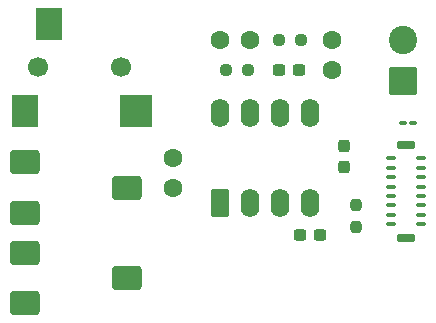
<source format=gbr>
%TF.GenerationSoftware,KiCad,Pcbnew,9.0.3-9.0.3-0~ubuntu24.04.1*%
%TF.CreationDate,2025-07-24T18:13:32+02:00*%
%TF.ProjectId,ampli_audio,616d706c-695f-4617-9564-696f2e6b6963,rev?*%
%TF.SameCoordinates,Original*%
%TF.FileFunction,Soldermask,Top*%
%TF.FilePolarity,Negative*%
%FSLAX46Y46*%
G04 Gerber Fmt 4.6, Leading zero omitted, Abs format (unit mm)*
G04 Created by KiCad (PCBNEW 9.0.3-9.0.3-0~ubuntu24.04.1) date 2025-07-24 18:13:32*
%MOMM*%
%LPD*%
G01*
G04 APERTURE LIST*
G04 Aperture macros list*
%AMRoundRect*
0 Rectangle with rounded corners*
0 $1 Rounding radius*
0 $2 $3 $4 $5 $6 $7 $8 $9 X,Y pos of 4 corners*
0 Add a 4 corners polygon primitive as box body*
4,1,4,$2,$3,$4,$5,$6,$7,$8,$9,$2,$3,0*
0 Add four circle primitives for the rounded corners*
1,1,$1+$1,$2,$3*
1,1,$1+$1,$4,$5*
1,1,$1+$1,$6,$7*
1,1,$1+$1,$8,$9*
0 Add four rect primitives between the rounded corners*
20,1,$1+$1,$2,$3,$4,$5,0*
20,1,$1+$1,$4,$5,$6,$7,0*
20,1,$1+$1,$6,$7,$8,$9,0*
20,1,$1+$1,$8,$9,$2,$3,0*%
G04 Aperture macros list end*
%ADD10C,1.700000*%
%ADD11R,2.200000X2.800000*%
%ADD12R,2.800000X2.800000*%
%ADD13RoundRect,0.237500X0.250000X0.237500X-0.250000X0.237500X-0.250000X-0.237500X0.250000X-0.237500X0*%
%ADD14RoundRect,0.250000X-1.000000X-0.750000X1.000000X-0.750000X1.000000X0.750000X-1.000000X0.750000X0*%
%ADD15RoundRect,0.237500X-0.300000X-0.237500X0.300000X-0.237500X0.300000X0.237500X-0.300000X0.237500X0*%
%ADD16C,1.600000*%
%ADD17RoundRect,0.237500X0.300000X0.237500X-0.300000X0.237500X-0.300000X-0.237500X0.300000X-0.237500X0*%
%ADD18RoundRect,0.100000X0.295000X-0.100000X0.295000X0.100000X-0.295000X0.100000X-0.295000X-0.100000X0*%
%ADD19RoundRect,0.162500X0.637500X-0.162500X0.637500X0.162500X-0.637500X0.162500X-0.637500X-0.162500X0*%
%ADD20RoundRect,0.237500X-0.237500X0.250000X-0.237500X-0.250000X0.237500X-0.250000X0.237500X0.250000X0*%
%ADD21RoundRect,0.237500X0.237500X-0.300000X0.237500X0.300000X-0.237500X0.300000X-0.237500X-0.300000X0*%
%ADD22RoundRect,0.237500X-0.250000X-0.237500X0.250000X-0.237500X0.250000X0.237500X-0.250000X0.237500X0*%
%ADD23RoundRect,0.100000X0.217500X0.100000X-0.217500X0.100000X-0.217500X-0.100000X0.217500X-0.100000X0*%
%ADD24RoundRect,0.250000X0.550000X-0.950000X0.550000X0.950000X-0.550000X0.950000X-0.550000X-0.950000X0*%
%ADD25O,1.600000X2.400000*%
%ADD26RoundRect,0.250001X0.949999X-0.949999X0.949999X0.949999X-0.949999X0.949999X-0.949999X-0.949999X0*%
%ADD27C,2.400000*%
G04 APERTURE END LIST*
D10*
%TO.C,J1*%
X77600000Y-82800000D03*
X84600000Y-82800000D03*
D11*
X78500000Y-79100000D03*
X76500000Y-86500000D03*
D12*
X85900000Y-86500000D03*
%TD*%
D13*
%TO.C,R1*%
X99825000Y-80500000D03*
X98000000Y-80500000D03*
%TD*%
D14*
%TO.C,RV1*%
X76500000Y-95150000D03*
X85150000Y-93000000D03*
X76500000Y-90850000D03*
%TD*%
D15*
%TO.C,C6*%
X99775000Y-97000000D03*
X101500000Y-97000000D03*
%TD*%
D16*
%TO.C,C1*%
X102500000Y-83000000D03*
X102500000Y-80500000D03*
%TD*%
D17*
%TO.C,C2*%
X99725000Y-83000000D03*
X98000000Y-83000000D03*
%TD*%
D14*
%TO.C,RV2*%
X76500000Y-102800000D03*
X85150000Y-100650000D03*
X76500000Y-98500000D03*
%TD*%
D18*
%TO.C,P1*%
X107500000Y-90500000D03*
X107500000Y-91300000D03*
X107500000Y-92100000D03*
X107500000Y-92900000D03*
X107500000Y-93700000D03*
X107500000Y-94500000D03*
X107500000Y-95300000D03*
X107500000Y-96100000D03*
X110040000Y-96100000D03*
X110040000Y-95300000D03*
X110040000Y-94500000D03*
X110040000Y-93700000D03*
X110040000Y-92900000D03*
X110040000Y-92100000D03*
X110040000Y-91300000D03*
X110040000Y-90500000D03*
D19*
X108770000Y-89350000D03*
X108770000Y-97250000D03*
%TD*%
D20*
%TO.C,R2*%
X104500000Y-94500000D03*
X104500000Y-96325000D03*
%TD*%
D21*
%TO.C,C5*%
X103500000Y-91225000D03*
X103500000Y-89500000D03*
%TD*%
D16*
%TO.C,C3*%
X93000000Y-80500000D03*
X95500000Y-80500000D03*
%TD*%
D22*
%TO.C,R3*%
X93500000Y-83000000D03*
X95325000Y-83000000D03*
%TD*%
D16*
%TO.C,C7*%
X89000000Y-93000000D03*
X89000000Y-90500000D03*
%TD*%
D23*
%TO.C,FB1*%
X109340000Y-87500000D03*
X108525000Y-87500000D03*
%TD*%
D24*
%TO.C,U1*%
X92960000Y-94310000D03*
D25*
X95500000Y-94310000D03*
X98040000Y-94310000D03*
X100580000Y-94310000D03*
X100580000Y-86690000D03*
X98040000Y-86690000D03*
X95500000Y-86690000D03*
X92960000Y-86690000D03*
%TD*%
D26*
%TO.C,J2*%
X108500000Y-84000000D03*
D27*
X108500000Y-80500000D03*
%TD*%
M02*

</source>
